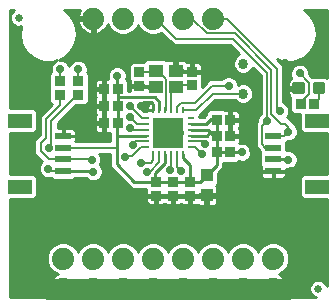
<source format=gtl>
G75*
%MOIN*%
%OFA0B0*%
%FSLAX25Y25*%
%IPPOS*%
%LPD*%
%AMOC8*
5,1,8,0,0,1.08239X$1,22.5*
%
%ADD10R,0.07874X0.04724*%
%ADD11R,0.05315X0.02362*%
%ADD12R,0.00984X0.02165*%
%ADD13R,0.02165X0.00984*%
%ADD14R,0.10236X0.10236*%
%ADD15C,0.07400*%
%ADD16C,0.02500*%
%ADD17R,0.03543X0.03346*%
%ADD18R,0.03346X0.03543*%
%ADD19R,0.03937X0.04331*%
%ADD20R,0.04724X0.04331*%
%ADD21C,0.01181*%
%ADD22C,0.03400*%
%ADD23C,0.01000*%
%ADD24C,0.02900*%
%ADD25C,0.07000*%
%ADD26C,0.00800*%
%ADD27C,0.00500*%
D10*
X0121865Y0101976D03*
X0121865Y0124024D03*
X0220802Y0124024D03*
X0220802Y0101976D03*
D11*
X0206333Y0107094D03*
X0206333Y0111031D03*
X0206333Y0114969D03*
X0206333Y0118906D03*
X0136333Y0118906D03*
X0136333Y0114969D03*
X0136333Y0111031D03*
X0136333Y0107094D03*
D12*
X0166412Y0112717D03*
X0168381Y0112717D03*
X0170349Y0112717D03*
X0172318Y0112717D03*
X0174286Y0112717D03*
X0176255Y0112717D03*
X0176255Y0127480D03*
X0174286Y0127480D03*
X0172318Y0127480D03*
X0170349Y0127480D03*
X0168381Y0127480D03*
X0166412Y0127480D03*
D13*
X0164050Y0124921D03*
X0164050Y0122953D03*
X0164050Y0120984D03*
X0164050Y0119016D03*
X0164050Y0117047D03*
X0164050Y0115079D03*
X0178814Y0115079D03*
X0178814Y0117047D03*
X0178814Y0119016D03*
X0178814Y0120984D03*
X0178814Y0122953D03*
X0178814Y0124921D03*
D14*
X0171333Y0120000D03*
D15*
X0166333Y0158000D03*
X0156333Y0158000D03*
X0146333Y0158000D03*
X0176333Y0158000D03*
X0186333Y0158000D03*
X0186333Y0078000D03*
X0176333Y0078000D03*
X0166333Y0078000D03*
X0156333Y0078000D03*
X0146333Y0078000D03*
X0136333Y0078000D03*
X0136333Y0068000D03*
X0146333Y0068000D03*
X0156333Y0068000D03*
X0166333Y0068000D03*
X0176333Y0068000D03*
X0186333Y0068000D03*
X0196333Y0068000D03*
X0206333Y0068000D03*
X0206333Y0078000D03*
X0196333Y0078000D03*
D16*
X0221333Y0068000D03*
X0121433Y0158300D03*
D17*
X0135133Y0137183D03*
X0135133Y0132617D03*
X0141333Y0132617D03*
X0141333Y0137183D03*
X0161733Y0135600D03*
X0161733Y0140167D03*
X0179233Y0140300D03*
X0179233Y0135733D03*
X0178433Y0103483D03*
X0178433Y0098917D03*
X0172933Y0098917D03*
X0167333Y0098917D03*
X0167333Y0103483D03*
X0172933Y0103483D03*
D18*
X0187450Y0113500D03*
X0192017Y0113500D03*
X0192017Y0118900D03*
X0187450Y0118900D03*
X0187450Y0124300D03*
X0192017Y0124300D03*
X0215450Y0129600D03*
X0220017Y0129600D03*
X0154517Y0129000D03*
X0149950Y0129000D03*
X0149950Y0134600D03*
X0154517Y0134600D03*
X0154517Y0123100D03*
X0149950Y0123100D03*
D19*
X0184233Y0105846D03*
X0184233Y0099154D03*
D20*
X0173796Y0135183D03*
X0167103Y0135183D03*
X0167103Y0140695D03*
X0173796Y0140695D03*
D21*
X0216159Y0136178D02*
X0216159Y0133422D01*
X0213403Y0133422D01*
X0213403Y0136178D01*
X0216159Y0136178D01*
X0216159Y0134544D02*
X0213403Y0134544D01*
X0213403Y0135666D02*
X0216159Y0135666D01*
X0223064Y0136178D02*
X0223064Y0133422D01*
X0220308Y0133422D01*
X0220308Y0136178D01*
X0223064Y0136178D01*
X0223064Y0134544D02*
X0220308Y0134544D01*
X0220308Y0135666D02*
X0223064Y0135666D01*
D22*
X0196333Y0133000D03*
X0196333Y0143000D03*
D23*
X0118433Y0097914D02*
X0118433Y0065100D01*
X0132013Y0065100D01*
X0131886Y0065275D01*
X0131514Y0066004D01*
X0131261Y0066782D01*
X0131148Y0067500D01*
X0135833Y0067500D01*
X0135833Y0068500D01*
X0131148Y0068500D01*
X0131261Y0069218D01*
X0131514Y0069996D01*
X0131886Y0070725D01*
X0132367Y0071388D01*
X0132946Y0071966D01*
X0133608Y0072447D01*
X0134337Y0072819D01*
X0134558Y0072891D01*
X0133274Y0073422D01*
X0131755Y0074941D01*
X0130933Y0076926D01*
X0130933Y0079074D01*
X0131755Y0081059D01*
X0133274Y0082578D01*
X0135259Y0083400D01*
X0137407Y0083400D01*
X0139392Y0082578D01*
X0140911Y0081059D01*
X0141333Y0080040D01*
X0141755Y0081059D01*
X0143274Y0082578D01*
X0145259Y0083400D01*
X0147407Y0083400D01*
X0149392Y0082578D01*
X0150911Y0081059D01*
X0151333Y0080040D01*
X0151755Y0081059D01*
X0153274Y0082578D01*
X0155259Y0083400D01*
X0157407Y0083400D01*
X0159392Y0082578D01*
X0160911Y0081059D01*
X0161333Y0080040D01*
X0161755Y0081059D01*
X0163274Y0082578D01*
X0165259Y0083400D01*
X0167407Y0083400D01*
X0169392Y0082578D01*
X0170911Y0081059D01*
X0171333Y0080040D01*
X0171755Y0081059D01*
X0173274Y0082578D01*
X0175259Y0083400D01*
X0177407Y0083400D01*
X0179392Y0082578D01*
X0180911Y0081059D01*
X0181333Y0080040D01*
X0181755Y0081059D01*
X0183274Y0082578D01*
X0185259Y0083400D01*
X0187407Y0083400D01*
X0189392Y0082578D01*
X0190911Y0081059D01*
X0191333Y0080040D01*
X0191755Y0081059D01*
X0193274Y0082578D01*
X0195259Y0083400D01*
X0197407Y0083400D01*
X0199392Y0082578D01*
X0200911Y0081059D01*
X0201333Y0080040D01*
X0201755Y0081059D01*
X0203274Y0082578D01*
X0205259Y0083400D01*
X0207407Y0083400D01*
X0209392Y0082578D01*
X0210911Y0081059D01*
X0211733Y0079074D01*
X0211733Y0076926D01*
X0210911Y0074941D01*
X0209392Y0073422D01*
X0208109Y0072891D01*
X0208329Y0072819D01*
X0209059Y0072447D01*
X0209721Y0071966D01*
X0210300Y0071388D01*
X0210781Y0070725D01*
X0211152Y0069996D01*
X0211405Y0069218D01*
X0211519Y0068500D01*
X0206833Y0068500D01*
X0206833Y0067500D01*
X0211519Y0067500D01*
X0211405Y0066782D01*
X0211152Y0066004D01*
X0210781Y0065275D01*
X0210654Y0065100D01*
X0220626Y0065100D01*
X0219662Y0065499D01*
X0218832Y0066329D01*
X0218383Y0067413D01*
X0218383Y0068587D01*
X0218832Y0069671D01*
X0219662Y0070501D01*
X0220747Y0070950D01*
X0221920Y0070950D01*
X0223004Y0070501D01*
X0223834Y0069671D01*
X0224233Y0068707D01*
X0224233Y0097914D01*
X0216161Y0097914D01*
X0215165Y0098910D01*
X0215165Y0105043D01*
X0216161Y0106039D01*
X0224233Y0106039D01*
X0224233Y0119961D01*
X0216161Y0119961D01*
X0215165Y0120957D01*
X0215165Y0126128D01*
X0213072Y0126128D01*
X0212077Y0127124D01*
X0212077Y0131792D01*
X0211730Y0132138D01*
X0211455Y0132615D01*
X0211312Y0133147D01*
X0211312Y0134316D01*
X0214296Y0134316D01*
X0214296Y0135284D01*
X0211312Y0135284D01*
X0211312Y0136453D01*
X0211455Y0136985D01*
X0211730Y0137462D01*
X0212119Y0137851D01*
X0212418Y0138024D01*
X0211983Y0139073D01*
X0211983Y0140327D01*
X0212463Y0141484D01*
X0213349Y0142370D01*
X0214507Y0142850D01*
X0215760Y0142850D01*
X0216918Y0142370D01*
X0217804Y0141484D01*
X0218283Y0140327D01*
X0218283Y0139520D01*
X0219347Y0138456D01*
X0219359Y0138468D01*
X0224013Y0138468D01*
X0224233Y0138248D01*
X0224233Y0160900D01*
X0216542Y0160900D01*
X0218645Y0159135D01*
X0220303Y0156265D01*
X0220303Y0156265D01*
X0220878Y0153000D01*
X0220878Y0153000D01*
X0220303Y0149735D01*
X0220303Y0149735D01*
X0218645Y0146865D01*
X0218645Y0146865D01*
X0218645Y0146865D01*
X0216106Y0144734D01*
X0216106Y0144734D01*
X0212991Y0143600D01*
X0209676Y0143600D01*
X0207518Y0144386D01*
X0208503Y0143400D01*
X0209733Y0142170D01*
X0209733Y0130112D01*
X0210318Y0129870D01*
X0211204Y0128984D01*
X0211683Y0127827D01*
X0211683Y0126573D01*
X0211204Y0125416D01*
X0210888Y0125100D01*
X0211203Y0125100D01*
X0212203Y0124100D01*
X0213433Y0122870D01*
X0213433Y0122655D01*
X0214004Y0122084D01*
X0214483Y0120927D01*
X0214483Y0119673D01*
X0214004Y0118516D01*
X0213118Y0117630D01*
X0211960Y0117150D01*
X0211153Y0117150D01*
X0210809Y0116806D01*
X0210691Y0116806D01*
X0210691Y0114143D01*
X0210707Y0114150D01*
X0211960Y0114150D01*
X0213118Y0113670D01*
X0214004Y0112784D01*
X0214483Y0111627D01*
X0214483Y0110373D01*
X0214004Y0109216D01*
X0213118Y0108330D01*
X0211960Y0107850D01*
X0210707Y0107850D01*
X0210491Y0107939D01*
X0210491Y0107185D01*
X0206424Y0107185D01*
X0206424Y0107004D01*
X0210491Y0107004D01*
X0210491Y0105716D01*
X0210389Y0105334D01*
X0210191Y0104992D01*
X0209912Y0104713D01*
X0209570Y0104516D01*
X0209188Y0104413D01*
X0206424Y0104413D01*
X0206424Y0107004D01*
X0206243Y0107004D01*
X0206243Y0104413D01*
X0203478Y0104413D01*
X0203097Y0104516D01*
X0202755Y0104713D01*
X0202476Y0104992D01*
X0202278Y0105334D01*
X0202176Y0105716D01*
X0202176Y0107004D01*
X0206243Y0107004D01*
X0206243Y0107185D01*
X0202176Y0107185D01*
X0202176Y0108473D01*
X0202276Y0108846D01*
X0201976Y0109146D01*
X0201976Y0112917D01*
X0202059Y0113000D01*
X0201976Y0113083D01*
X0201976Y0113756D01*
X0201663Y0114069D01*
X0200433Y0115299D01*
X0200433Y0123170D01*
X0201083Y0123820D01*
X0201083Y0124627D01*
X0201563Y0125784D01*
X0202133Y0126355D01*
X0202133Y0139030D01*
X0199472Y0141692D01*
X0199216Y0141074D01*
X0198259Y0140118D01*
X0197010Y0139600D01*
X0195657Y0139600D01*
X0194407Y0140118D01*
X0193451Y0141074D01*
X0192933Y0142324D01*
X0192933Y0143676D01*
X0193451Y0144926D01*
X0194407Y0145882D01*
X0195025Y0146138D01*
X0191963Y0149200D01*
X0173163Y0149200D01*
X0171933Y0150430D01*
X0171933Y0150430D01*
X0169073Y0153290D01*
X0167407Y0152600D01*
X0165259Y0152600D01*
X0163274Y0153422D01*
X0161755Y0154941D01*
X0161333Y0155960D01*
X0160911Y0154941D01*
X0159392Y0153422D01*
X0157407Y0152600D01*
X0155259Y0152600D01*
X0153274Y0153422D01*
X0151755Y0154941D01*
X0151224Y0156224D01*
X0151152Y0156004D01*
X0150781Y0155275D01*
X0150300Y0154612D01*
X0149721Y0154034D01*
X0149059Y0153553D01*
X0148329Y0153181D01*
X0147551Y0152928D01*
X0146833Y0152814D01*
X0146833Y0157500D01*
X0145833Y0157500D01*
X0141148Y0157500D01*
X0141261Y0156782D01*
X0141514Y0156004D01*
X0141886Y0155275D01*
X0142367Y0154612D01*
X0142946Y0154034D01*
X0143608Y0153553D01*
X0144337Y0153181D01*
X0145116Y0152928D01*
X0145833Y0152814D01*
X0145833Y0157500D01*
X0145833Y0158500D01*
X0141148Y0158500D01*
X0141261Y0159218D01*
X0141514Y0159996D01*
X0141886Y0160725D01*
X0142013Y0160900D01*
X0136542Y0160900D01*
X0138645Y0159135D01*
X0138645Y0159135D01*
X0140303Y0156265D01*
X0140303Y0156265D01*
X0140878Y0153000D01*
X0140878Y0153000D01*
X0140303Y0149735D01*
X0140303Y0149735D01*
X0138645Y0146865D01*
X0138645Y0146865D01*
X0138645Y0146865D01*
X0136106Y0144734D01*
X0136106Y0144734D01*
X0134777Y0144250D01*
X0135960Y0144250D01*
X0137118Y0143770D01*
X0138004Y0142884D01*
X0138333Y0142089D01*
X0138663Y0142884D01*
X0139549Y0143770D01*
X0140707Y0144250D01*
X0141960Y0144250D01*
X0143118Y0143770D01*
X0144004Y0142884D01*
X0144483Y0141727D01*
X0144483Y0140473D01*
X0144310Y0140056D01*
X0144805Y0139561D01*
X0144805Y0130239D01*
X0143809Y0129243D01*
X0140530Y0129243D01*
X0134425Y0123138D01*
X0134425Y0121587D01*
X0136243Y0121587D01*
X0136243Y0118996D01*
X0136424Y0118996D01*
X0140491Y0118996D01*
X0140491Y0120284D01*
X0140389Y0120666D01*
X0140191Y0121008D01*
X0139912Y0121287D01*
X0139570Y0121484D01*
X0139188Y0121587D01*
X0136424Y0121587D01*
X0136424Y0118996D01*
X0136424Y0118815D01*
X0140491Y0118815D01*
X0140491Y0117527D01*
X0140391Y0117154D01*
X0140476Y0117068D01*
X0151933Y0117068D01*
X0151933Y0119834D01*
X0151914Y0119853D01*
X0151821Y0119828D01*
X0150286Y0119828D01*
X0150286Y0122763D01*
X0149613Y0122763D01*
X0149613Y0119828D01*
X0148079Y0119828D01*
X0147698Y0119931D01*
X0147356Y0120128D01*
X0147076Y0120407D01*
X0146879Y0120749D01*
X0146777Y0121131D01*
X0146777Y0122763D01*
X0149613Y0122763D01*
X0149613Y0123437D01*
X0149613Y0128663D01*
X0150286Y0128663D01*
X0150286Y0126372D01*
X0150286Y0123437D01*
X0149613Y0123437D01*
X0146777Y0123437D01*
X0146777Y0125069D01*
X0146879Y0125451D01*
X0147076Y0125793D01*
X0147334Y0126050D01*
X0147076Y0126307D01*
X0146879Y0126649D01*
X0146777Y0127031D01*
X0146777Y0128663D01*
X0149613Y0128663D01*
X0149613Y0129337D01*
X0149613Y0134263D01*
X0150286Y0134263D01*
X0150286Y0131328D01*
X0150286Y0129337D01*
X0149613Y0129337D01*
X0146777Y0129337D01*
X0146777Y0130969D01*
X0146879Y0131351D01*
X0147076Y0131693D01*
X0147184Y0131800D01*
X0147076Y0131907D01*
X0146879Y0132249D01*
X0146777Y0132631D01*
X0146777Y0134263D01*
X0149613Y0134263D01*
X0149613Y0134937D01*
X0149613Y0137872D01*
X0148079Y0137872D01*
X0147698Y0137769D01*
X0147356Y0137572D01*
X0147076Y0137293D01*
X0146879Y0136951D01*
X0146777Y0136569D01*
X0146777Y0134937D01*
X0149613Y0134937D01*
X0150286Y0134937D01*
X0150286Y0137872D01*
X0151391Y0137872D01*
X0151183Y0138373D01*
X0151183Y0139627D01*
X0151663Y0140784D01*
X0152549Y0141670D01*
X0153707Y0142150D01*
X0154960Y0142150D01*
X0156118Y0141670D01*
X0157004Y0140784D01*
X0157483Y0139627D01*
X0157483Y0138373D01*
X0157222Y0137743D01*
X0157890Y0137076D01*
X0157890Y0134000D01*
X0158462Y0134000D01*
X0158462Y0135263D01*
X0161397Y0135263D01*
X0161397Y0135937D01*
X0158462Y0135937D01*
X0158462Y0137471D01*
X0158487Y0137564D01*
X0158262Y0137790D01*
X0158262Y0142544D01*
X0159258Y0143540D01*
X0163040Y0143540D01*
X0163040Y0143565D01*
X0164036Y0144561D01*
X0170169Y0144561D01*
X0170611Y0144118D01*
X0170854Y0144258D01*
X0171236Y0144361D01*
X0173296Y0144361D01*
X0173296Y0141195D01*
X0174295Y0141195D01*
X0174295Y0144361D01*
X0176355Y0144361D01*
X0176737Y0144258D01*
X0177079Y0144061D01*
X0177358Y0143782D01*
X0177536Y0143473D01*
X0178897Y0143473D01*
X0178897Y0140637D01*
X0179570Y0140637D01*
X0179570Y0143473D01*
X0181202Y0143473D01*
X0181584Y0143371D01*
X0181926Y0143174D01*
X0182205Y0142894D01*
X0182403Y0142552D01*
X0182505Y0142171D01*
X0182505Y0140637D01*
X0179570Y0140637D01*
X0179570Y0139963D01*
X0182505Y0139963D01*
X0182505Y0138429D01*
X0182480Y0138336D01*
X0182705Y0138110D01*
X0182705Y0135341D01*
X0183833Y0136470D01*
X0185063Y0137700D01*
X0189079Y0137700D01*
X0189649Y0138270D01*
X0190807Y0138750D01*
X0192060Y0138750D01*
X0193218Y0138270D01*
X0194104Y0137384D01*
X0194583Y0136227D01*
X0194583Y0135955D01*
X0195657Y0136400D01*
X0197010Y0136400D01*
X0198259Y0135882D01*
X0199216Y0134926D01*
X0199733Y0133676D01*
X0199733Y0132324D01*
X0199216Y0131074D01*
X0198259Y0130118D01*
X0197010Y0129600D01*
X0195657Y0129600D01*
X0194407Y0130118D01*
X0193625Y0130900D01*
X0187003Y0130900D01*
X0181596Y0125493D01*
X0181596Y0125153D01*
X0183175Y0125153D01*
X0183533Y0125511D01*
X0184077Y0126055D01*
X0184077Y0126776D01*
X0185072Y0127772D01*
X0189827Y0127772D01*
X0190052Y0127547D01*
X0190146Y0127572D01*
X0191680Y0127572D01*
X0191680Y0124637D01*
X0192353Y0124637D01*
X0192353Y0127572D01*
X0193887Y0127572D01*
X0194269Y0127469D01*
X0194611Y0127272D01*
X0194890Y0126993D01*
X0195088Y0126651D01*
X0195190Y0126269D01*
X0195190Y0124637D01*
X0192353Y0124637D01*
X0192353Y0123963D01*
X0192353Y0119237D01*
X0191680Y0119237D01*
X0191680Y0121028D01*
X0191680Y0123963D01*
X0192353Y0123963D01*
X0195190Y0123963D01*
X0195190Y0122331D01*
X0195088Y0121949D01*
X0194890Y0121607D01*
X0194883Y0121600D01*
X0194890Y0121593D01*
X0195088Y0121251D01*
X0195190Y0120869D01*
X0195190Y0119237D01*
X0192353Y0119237D01*
X0192353Y0118563D01*
X0195190Y0118563D01*
X0195190Y0116931D01*
X0195088Y0116549D01*
X0195019Y0116431D01*
X0195307Y0116550D01*
X0196560Y0116550D01*
X0197718Y0116070D01*
X0198604Y0115184D01*
X0199083Y0114027D01*
X0199083Y0112773D01*
X0198604Y0111616D01*
X0197718Y0110730D01*
X0196560Y0110250D01*
X0195307Y0110250D01*
X0194818Y0110452D01*
X0194394Y0110028D01*
X0189650Y0110028D01*
X0189650Y0108152D01*
X0188361Y0106863D01*
X0187902Y0106404D01*
X0187902Y0102977D01*
X0187283Y0102359D01*
X0187402Y0102240D01*
X0187600Y0101898D01*
X0187702Y0101516D01*
X0187702Y0099638D01*
X0184718Y0099638D01*
X0184718Y0098669D01*
X0187702Y0098669D01*
X0187702Y0096791D01*
X0187600Y0096409D01*
X0187402Y0096067D01*
X0187123Y0095788D01*
X0186781Y0095590D01*
X0186399Y0095488D01*
X0184718Y0095488D01*
X0184718Y0098669D01*
X0183749Y0098669D01*
X0183749Y0095488D01*
X0182067Y0095488D01*
X0181686Y0095590D01*
X0181344Y0095788D01*
X0181102Y0096029D01*
X0180784Y0095846D01*
X0180402Y0095743D01*
X0178770Y0095743D01*
X0178770Y0098580D01*
X0178770Y0099253D01*
X0181705Y0099253D01*
X0181705Y0099638D01*
X0183749Y0099638D01*
X0183749Y0098669D01*
X0180765Y0098669D01*
X0180765Y0098580D01*
X0178770Y0098580D01*
X0178097Y0098580D01*
X0178097Y0095743D01*
X0176464Y0095743D01*
X0176083Y0095846D01*
X0175741Y0096043D01*
X0175683Y0096100D01*
X0175626Y0096043D01*
X0175284Y0095846D01*
X0174902Y0095743D01*
X0173270Y0095743D01*
X0173270Y0098580D01*
X0173270Y0099253D01*
X0178097Y0099253D01*
X0178097Y0098580D01*
X0176205Y0098580D01*
X0173270Y0098580D01*
X0172597Y0098580D01*
X0172597Y0095743D01*
X0170964Y0095743D01*
X0170583Y0095846D01*
X0170241Y0096043D01*
X0170133Y0096150D01*
X0170026Y0096043D01*
X0169684Y0095846D01*
X0169302Y0095743D01*
X0167670Y0095743D01*
X0167670Y0098580D01*
X0167670Y0099253D01*
X0172597Y0099253D01*
X0172597Y0098580D01*
X0169662Y0098580D01*
X0167670Y0098580D01*
X0166997Y0098580D01*
X0166997Y0095743D01*
X0165364Y0095743D01*
X0164983Y0095846D01*
X0164641Y0096043D01*
X0164361Y0096322D01*
X0164164Y0096664D01*
X0164062Y0097046D01*
X0164062Y0098580D01*
X0166997Y0098580D01*
X0166997Y0099253D01*
X0164062Y0099253D01*
X0164062Y0100787D01*
X0164087Y0100881D01*
X0163862Y0101106D01*
X0163862Y0101283D01*
X0159139Y0101283D01*
X0157850Y0102572D01*
X0157850Y0102572D01*
X0153222Y0107200D01*
X0151933Y0108489D01*
X0151933Y0112869D01*
X0148420Y0112869D01*
X0148504Y0112784D01*
X0148983Y0111627D01*
X0148983Y0110373D01*
X0148524Y0109264D01*
X0149004Y0108784D01*
X0149483Y0107627D01*
X0149483Y0106373D01*
X0149004Y0105216D01*
X0148118Y0104330D01*
X0146960Y0103850D01*
X0145707Y0103850D01*
X0144549Y0104330D01*
X0143984Y0104894D01*
X0140376Y0104894D01*
X0139695Y0104213D01*
X0132972Y0104213D01*
X0132225Y0104960D01*
X0131960Y0104850D01*
X0130707Y0104850D01*
X0129549Y0105330D01*
X0128663Y0106216D01*
X0128183Y0107373D01*
X0128183Y0108627D01*
X0128663Y0109784D01*
X0129287Y0110408D01*
X0126749Y0112946D01*
X0126749Y0117386D01*
X0128575Y0119212D01*
X0128575Y0125528D01*
X0129805Y0126758D01*
X0129805Y0126758D01*
X0132474Y0129427D01*
X0131662Y0130239D01*
X0131662Y0139561D01*
X0132298Y0140197D01*
X0132183Y0140473D01*
X0132183Y0141727D01*
X0132663Y0142884D01*
X0133549Y0143770D01*
X0134201Y0144040D01*
X0132991Y0143600D01*
X0129676Y0143600D01*
X0126561Y0144734D01*
X0126561Y0144734D01*
X0124021Y0146865D01*
X0122364Y0149735D01*
X0121788Y0153000D01*
X0121788Y0153000D01*
X0122217Y0155432D01*
X0122020Y0155350D01*
X0120847Y0155350D01*
X0119762Y0155799D01*
X0118932Y0156629D01*
X0118483Y0157713D01*
X0118483Y0158887D01*
X0118932Y0159971D01*
X0119762Y0160801D01*
X0120002Y0160900D01*
X0118433Y0160900D01*
X0118433Y0128086D01*
X0126506Y0128086D01*
X0127502Y0127090D01*
X0127502Y0120957D01*
X0126506Y0119961D01*
X0118433Y0119961D01*
X0118433Y0106039D01*
X0126506Y0106039D01*
X0127502Y0105043D01*
X0127502Y0098910D01*
X0126506Y0097914D01*
X0118433Y0097914D01*
X0118433Y0096949D02*
X0164088Y0096949D01*
X0164062Y0097948D02*
X0126540Y0097948D01*
X0127502Y0098946D02*
X0166997Y0098946D01*
X0167670Y0098946D02*
X0172597Y0098946D01*
X0173270Y0098946D02*
X0178097Y0098946D01*
X0178770Y0098946D02*
X0183749Y0098946D01*
X0184718Y0098946D02*
X0215165Y0098946D01*
X0215165Y0099945D02*
X0187702Y0099945D01*
X0187702Y0100943D02*
X0215165Y0100943D01*
X0215165Y0101942D02*
X0187574Y0101942D01*
X0187865Y0102940D02*
X0215165Y0102940D01*
X0215165Y0103939D02*
X0187902Y0103939D01*
X0187902Y0104937D02*
X0202530Y0104937D01*
X0202176Y0105936D02*
X0187902Y0105936D01*
X0188433Y0106934D02*
X0202176Y0106934D01*
X0202176Y0107933D02*
X0189431Y0107933D01*
X0189650Y0108932D02*
X0202191Y0108932D01*
X0201976Y0109930D02*
X0189650Y0109930D01*
X0187450Y0109063D02*
X0187450Y0113000D01*
X0187950Y0113500D01*
X0192017Y0113500D01*
X0195833Y0113500D01*
X0195933Y0113400D01*
X0198733Y0111927D02*
X0201976Y0111927D01*
X0201976Y0110929D02*
X0197917Y0110929D01*
X0199083Y0112926D02*
X0201985Y0112926D01*
X0201808Y0113924D02*
X0199083Y0113924D01*
X0198712Y0114923D02*
X0200809Y0114923D01*
X0200433Y0115921D02*
X0197867Y0115921D01*
X0200433Y0116920D02*
X0195187Y0116920D01*
X0195190Y0117918D02*
X0200433Y0117918D01*
X0200433Y0118917D02*
X0192353Y0118917D01*
X0192353Y0119915D02*
X0191680Y0119915D01*
X0191680Y0120914D02*
X0192353Y0120914D01*
X0192353Y0121912D02*
X0191680Y0121912D01*
X0191680Y0122911D02*
X0192353Y0122911D01*
X0192353Y0123909D02*
X0191680Y0123909D01*
X0191680Y0124908D02*
X0192353Y0124908D01*
X0192353Y0125906D02*
X0191680Y0125906D01*
X0191680Y0126905D02*
X0192353Y0126905D01*
X0194941Y0126905D02*
X0202133Y0126905D01*
X0202133Y0127903D02*
X0184006Y0127903D01*
X0184206Y0126905D02*
X0183008Y0126905D01*
X0183928Y0125906D02*
X0182009Y0125906D01*
X0184086Y0122953D02*
X0185733Y0124600D01*
X0187150Y0124600D01*
X0187450Y0124300D01*
X0187450Y0118900D01*
X0186533Y0118900D01*
X0185333Y0120100D01*
X0184249Y0119016D01*
X0178814Y0119016D01*
X0178814Y0120984D02*
X0184449Y0120984D01*
X0185333Y0120100D01*
X0187450Y0118900D02*
X0187450Y0113500D01*
X0187450Y0113000D01*
X0187450Y0109063D02*
X0184233Y0105846D01*
X0181870Y0103483D01*
X0178433Y0103483D01*
X0172933Y0103483D01*
X0167333Y0103483D01*
X0160050Y0103483D01*
X0154133Y0109400D01*
X0154133Y0115100D01*
X0154002Y0114969D01*
X0154133Y0115100D02*
X0154133Y0119000D01*
X0154149Y0119016D01*
X0157270Y0119016D01*
X0157336Y0118950D01*
X0159531Y0118950D01*
X0159597Y0119016D01*
X0164050Y0119016D01*
X0166833Y0119500D02*
X0170833Y0119500D01*
X0170833Y0120500D01*
X0166833Y0120500D01*
X0166833Y0119500D01*
X0166833Y0119915D02*
X0170833Y0119915D01*
X0171833Y0119915D02*
X0176031Y0119915D01*
X0176031Y0119788D02*
X0176031Y0120500D01*
X0171833Y0120500D01*
X0171833Y0119500D01*
X0176031Y0119500D01*
X0176031Y0119788D01*
X0178814Y0122953D02*
X0184086Y0122953D01*
X0185005Y0128902D02*
X0202133Y0128902D01*
X0202133Y0129900D02*
X0197735Y0129900D01*
X0199040Y0130899D02*
X0202133Y0130899D01*
X0202133Y0131897D02*
X0199557Y0131897D01*
X0199733Y0132896D02*
X0202133Y0132896D01*
X0202133Y0133894D02*
X0199643Y0133894D01*
X0199229Y0134893D02*
X0202133Y0134893D01*
X0202133Y0135891D02*
X0198238Y0135891D01*
X0202133Y0136890D02*
X0194309Y0136890D01*
X0193600Y0137888D02*
X0202133Y0137888D01*
X0202133Y0138887D02*
X0182505Y0138887D01*
X0182505Y0139885D02*
X0194968Y0139885D01*
X0193641Y0140884D02*
X0182505Y0140884D01*
X0182505Y0141882D02*
X0193116Y0141882D01*
X0192933Y0142881D02*
X0182213Y0142881D01*
X0179570Y0142881D02*
X0178897Y0142881D01*
X0178897Y0141882D02*
X0179570Y0141882D01*
X0179570Y0140884D02*
X0178897Y0140884D01*
X0178897Y0140637D02*
X0178897Y0139963D01*
X0177658Y0139963D01*
X0177658Y0140195D01*
X0174296Y0140195D01*
X0174296Y0141195D01*
X0175962Y0141195D01*
X0175962Y0140637D01*
X0178897Y0140637D01*
X0175962Y0140884D02*
X0174296Y0140884D01*
X0174295Y0141882D02*
X0173296Y0141882D01*
X0173296Y0142881D02*
X0174295Y0142881D01*
X0174295Y0143879D02*
X0173296Y0143879D01*
X0177260Y0143879D02*
X0193017Y0143879D01*
X0193431Y0144878D02*
X0136278Y0144878D01*
X0136855Y0143879D02*
X0139812Y0143879D01*
X0138661Y0142881D02*
X0138005Y0142881D01*
X0137468Y0145876D02*
X0194401Y0145876D01*
X0194289Y0146875D02*
X0138651Y0146875D01*
X0139228Y0147873D02*
X0193290Y0147873D01*
X0192291Y0148872D02*
X0139804Y0148872D01*
X0140327Y0149870D02*
X0172493Y0149870D01*
X0171494Y0150869D02*
X0140503Y0150869D01*
X0140679Y0151868D02*
X0170496Y0151868D01*
X0169497Y0152866D02*
X0168050Y0152866D01*
X0164617Y0152866D02*
X0158050Y0152866D01*
X0159835Y0153865D02*
X0162832Y0153865D01*
X0161834Y0154863D02*
X0160833Y0154863D01*
X0161292Y0155862D02*
X0161374Y0155862D01*
X0154617Y0152866D02*
X0147159Y0152866D01*
X0146833Y0152866D02*
X0145833Y0152866D01*
X0145507Y0152866D02*
X0140855Y0152866D01*
X0140726Y0153865D02*
X0143179Y0153865D01*
X0142185Y0154863D02*
X0140550Y0154863D01*
X0140374Y0155862D02*
X0141587Y0155862D01*
X0141249Y0156860D02*
X0139959Y0156860D01*
X0139382Y0157859D02*
X0145833Y0157859D01*
X0145833Y0156860D02*
X0146833Y0156860D01*
X0146833Y0155862D02*
X0145833Y0155862D01*
X0145833Y0154863D02*
X0146833Y0154863D01*
X0146833Y0153865D02*
X0145833Y0153865D01*
X0149488Y0153865D02*
X0152832Y0153865D01*
X0151834Y0154863D02*
X0150482Y0154863D01*
X0151080Y0155862D02*
X0151374Y0155862D01*
X0141204Y0158857D02*
X0138806Y0158857D01*
X0137787Y0159856D02*
X0141469Y0159856D01*
X0141979Y0160854D02*
X0136597Y0160854D01*
X0122117Y0154863D02*
X0118433Y0154863D01*
X0118433Y0153865D02*
X0121941Y0153865D01*
X0121812Y0152866D02*
X0118433Y0152866D01*
X0118433Y0151868D02*
X0121988Y0151868D01*
X0122164Y0150869D02*
X0118433Y0150869D01*
X0118433Y0149870D02*
X0122340Y0149870D01*
X0122862Y0148872D02*
X0118433Y0148872D01*
X0118433Y0147873D02*
X0123439Y0147873D01*
X0124015Y0146875D02*
X0118433Y0146875D01*
X0118433Y0145876D02*
X0125199Y0145876D01*
X0126389Y0144878D02*
X0118433Y0144878D01*
X0118433Y0143879D02*
X0128908Y0143879D01*
X0132661Y0142881D02*
X0118433Y0142881D01*
X0118433Y0141882D02*
X0132248Y0141882D01*
X0132183Y0140884D02*
X0118433Y0140884D01*
X0118433Y0139885D02*
X0131986Y0139885D01*
X0131662Y0138887D02*
X0118433Y0138887D01*
X0118433Y0137888D02*
X0131662Y0137888D01*
X0131662Y0136890D02*
X0118433Y0136890D01*
X0118433Y0135891D02*
X0131662Y0135891D01*
X0131662Y0134893D02*
X0118433Y0134893D01*
X0118433Y0133894D02*
X0131662Y0133894D01*
X0131662Y0132896D02*
X0118433Y0132896D01*
X0118433Y0131897D02*
X0131662Y0131897D01*
X0131662Y0130899D02*
X0118433Y0130899D01*
X0118433Y0129900D02*
X0132001Y0129900D01*
X0131949Y0128902D02*
X0118433Y0128902D01*
X0126689Y0127903D02*
X0130950Y0127903D01*
X0129952Y0126905D02*
X0127502Y0126905D01*
X0127502Y0125906D02*
X0128953Y0125906D01*
X0128575Y0124908D02*
X0127502Y0124908D01*
X0127502Y0123909D02*
X0128575Y0123909D01*
X0128575Y0122911D02*
X0127502Y0122911D01*
X0127502Y0121912D02*
X0128575Y0121912D01*
X0128575Y0120914D02*
X0127458Y0120914D01*
X0128575Y0119915D02*
X0118433Y0119915D01*
X0118433Y0118917D02*
X0128280Y0118917D01*
X0127282Y0117918D02*
X0118433Y0117918D01*
X0118433Y0116920D02*
X0126749Y0116920D01*
X0126749Y0115921D02*
X0118433Y0115921D01*
X0118433Y0114923D02*
X0126749Y0114923D01*
X0126749Y0113924D02*
X0118433Y0113924D01*
X0118433Y0112926D02*
X0126769Y0112926D01*
X0127768Y0111927D02*
X0118433Y0111927D01*
X0118433Y0110929D02*
X0128766Y0110929D01*
X0128809Y0109930D02*
X0118433Y0109930D01*
X0118433Y0108932D02*
X0128310Y0108932D01*
X0128183Y0107933D02*
X0118433Y0107933D01*
X0118433Y0106934D02*
X0128365Y0106934D01*
X0128943Y0105936D02*
X0126609Y0105936D01*
X0127502Y0104937D02*
X0130496Y0104937D01*
X0132171Y0104937D02*
X0132248Y0104937D01*
X0136333Y0107094D02*
X0146239Y0107094D01*
X0146333Y0107000D01*
X0149483Y0106934D02*
X0153488Y0106934D01*
X0154486Y0105936D02*
X0149302Y0105936D01*
X0148726Y0104937D02*
X0155485Y0104937D01*
X0156483Y0103939D02*
X0147175Y0103939D01*
X0145492Y0103939D02*
X0127502Y0103939D01*
X0127502Y0102940D02*
X0157482Y0102940D01*
X0158480Y0101942D02*
X0127502Y0101942D01*
X0127502Y0100943D02*
X0164024Y0100943D01*
X0164062Y0099945D02*
X0127502Y0099945D01*
X0118433Y0095951D02*
X0164800Y0095951D01*
X0166997Y0095951D02*
X0167670Y0095951D01*
X0167670Y0096949D02*
X0166997Y0096949D01*
X0166997Y0097948D02*
X0167670Y0097948D01*
X0169866Y0095951D02*
X0170400Y0095951D01*
X0172597Y0095951D02*
X0173270Y0095951D01*
X0173270Y0096949D02*
X0172597Y0096949D01*
X0172597Y0097948D02*
X0173270Y0097948D01*
X0175466Y0095951D02*
X0175900Y0095951D01*
X0178097Y0095951D02*
X0178770Y0095951D01*
X0178770Y0096949D02*
X0178097Y0096949D01*
X0178097Y0097948D02*
X0178770Y0097948D01*
X0180966Y0095951D02*
X0181181Y0095951D01*
X0183749Y0095951D02*
X0184718Y0095951D01*
X0184718Y0096949D02*
X0183749Y0096949D01*
X0183749Y0097948D02*
X0184718Y0097948D01*
X0187702Y0097948D02*
X0216127Y0097948D01*
X0224233Y0096949D02*
X0187702Y0096949D01*
X0187286Y0095951D02*
X0224233Y0095951D01*
X0224233Y0094952D02*
X0118433Y0094952D01*
X0118433Y0093954D02*
X0224233Y0093954D01*
X0224233Y0092955D02*
X0118433Y0092955D01*
X0118433Y0091957D02*
X0224233Y0091957D01*
X0224233Y0090958D02*
X0118433Y0090958D01*
X0118433Y0089960D02*
X0224233Y0089960D01*
X0224233Y0088961D02*
X0118433Y0088961D01*
X0118433Y0087963D02*
X0224233Y0087963D01*
X0224233Y0086964D02*
X0118433Y0086964D01*
X0118433Y0085966D02*
X0224233Y0085966D01*
X0224233Y0084967D02*
X0118433Y0084967D01*
X0118433Y0083969D02*
X0224233Y0083969D01*
X0224233Y0082970D02*
X0208445Y0082970D01*
X0209998Y0081972D02*
X0224233Y0081972D01*
X0224233Y0080973D02*
X0210947Y0080973D01*
X0211360Y0079975D02*
X0224233Y0079975D01*
X0224233Y0078976D02*
X0211733Y0078976D01*
X0211733Y0077978D02*
X0224233Y0077978D01*
X0224233Y0076979D02*
X0211733Y0076979D01*
X0211342Y0075981D02*
X0224233Y0075981D01*
X0224233Y0074982D02*
X0210928Y0074982D01*
X0209954Y0073984D02*
X0224233Y0073984D01*
X0224233Y0072985D02*
X0208337Y0072985D01*
X0209693Y0071987D02*
X0224233Y0071987D01*
X0224233Y0070988D02*
X0210590Y0070988D01*
X0211154Y0069990D02*
X0219151Y0069990D01*
X0218551Y0068991D02*
X0211441Y0068991D01*
X0211439Y0066994D02*
X0218557Y0066994D01*
X0218383Y0067993D02*
X0206833Y0067993D01*
X0205833Y0067993D02*
X0196833Y0067993D01*
X0196833Y0067500D02*
X0196833Y0068500D01*
X0205833Y0068500D01*
X0205833Y0067500D01*
X0201519Y0067500D01*
X0196833Y0067500D01*
X0195833Y0067500D02*
X0191519Y0067500D01*
X0186833Y0067500D01*
X0186833Y0068500D01*
X0195833Y0068500D01*
X0195833Y0067500D01*
X0195833Y0067993D02*
X0186833Y0067993D01*
X0185833Y0067993D02*
X0176833Y0067993D01*
X0176833Y0067500D02*
X0176833Y0068500D01*
X0185833Y0068500D01*
X0185833Y0067500D01*
X0181148Y0067500D01*
X0176833Y0067500D01*
X0175833Y0067500D02*
X0171148Y0067500D01*
X0166833Y0067500D01*
X0166833Y0068500D01*
X0175833Y0068500D01*
X0175833Y0067500D01*
X0175833Y0067993D02*
X0166833Y0067993D01*
X0165833Y0067993D02*
X0156833Y0067993D01*
X0156833Y0067500D02*
X0156833Y0068500D01*
X0165833Y0068500D01*
X0165833Y0067500D01*
X0161148Y0067500D01*
X0156833Y0067500D01*
X0155833Y0067500D02*
X0151148Y0067500D01*
X0146833Y0067500D01*
X0146833Y0068500D01*
X0155833Y0068500D01*
X0155833Y0067500D01*
X0155833Y0067993D02*
X0146833Y0067993D01*
X0145833Y0067993D02*
X0136833Y0067993D01*
X0136833Y0067500D02*
X0136833Y0068500D01*
X0145833Y0068500D01*
X0145833Y0067500D01*
X0141148Y0067500D01*
X0136833Y0067500D01*
X0135833Y0067993D02*
X0118433Y0067993D01*
X0118433Y0068991D02*
X0131225Y0068991D01*
X0131512Y0069990D02*
X0118433Y0069990D01*
X0118433Y0070988D02*
X0132077Y0070988D01*
X0132974Y0071987D02*
X0118433Y0071987D01*
X0118433Y0072985D02*
X0134329Y0072985D01*
X0132713Y0073984D02*
X0118433Y0073984D01*
X0118433Y0074982D02*
X0131738Y0074982D01*
X0131325Y0075981D02*
X0118433Y0075981D01*
X0118433Y0076979D02*
X0130933Y0076979D01*
X0130933Y0077978D02*
X0118433Y0077978D01*
X0118433Y0078976D02*
X0130933Y0078976D01*
X0131306Y0079975D02*
X0118433Y0079975D01*
X0118433Y0080973D02*
X0131720Y0080973D01*
X0132668Y0081972D02*
X0118433Y0081972D01*
X0118433Y0082970D02*
X0134222Y0082970D01*
X0138445Y0082970D02*
X0144222Y0082970D01*
X0142668Y0081972D02*
X0139998Y0081972D01*
X0140947Y0080973D02*
X0141720Y0080973D01*
X0148445Y0082970D02*
X0154222Y0082970D01*
X0152668Y0081972D02*
X0149998Y0081972D01*
X0150947Y0080973D02*
X0151720Y0080973D01*
X0158445Y0082970D02*
X0164222Y0082970D01*
X0162668Y0081972D02*
X0159998Y0081972D01*
X0160947Y0080973D02*
X0161720Y0080973D01*
X0168445Y0082970D02*
X0174222Y0082970D01*
X0172668Y0081972D02*
X0169998Y0081972D01*
X0170947Y0080973D02*
X0171720Y0080973D01*
X0178445Y0082970D02*
X0184222Y0082970D01*
X0182668Y0081972D02*
X0179998Y0081972D01*
X0180947Y0080973D02*
X0181720Y0080973D01*
X0188445Y0082970D02*
X0194222Y0082970D01*
X0192668Y0081972D02*
X0189998Y0081972D01*
X0190947Y0080973D02*
X0191720Y0080973D01*
X0198445Y0082970D02*
X0204222Y0082970D01*
X0202668Y0081972D02*
X0199998Y0081972D01*
X0200947Y0080973D02*
X0201720Y0080973D01*
X0223516Y0069990D02*
X0224233Y0069990D01*
X0224233Y0068991D02*
X0224116Y0068991D01*
X0219166Y0065996D02*
X0211148Y0065996D01*
X0178433Y0103483D02*
X0178433Y0109200D01*
X0176255Y0111379D01*
X0176255Y0112717D01*
X0170349Y0112717D02*
X0170349Y0109700D01*
X0167033Y0106384D01*
X0167033Y0103783D01*
X0167333Y0103483D01*
X0152489Y0107933D02*
X0149356Y0107933D01*
X0148857Y0108932D02*
X0151933Y0108932D01*
X0151933Y0109930D02*
X0148800Y0109930D01*
X0148983Y0110929D02*
X0151933Y0110929D01*
X0151933Y0111927D02*
X0148859Y0111927D01*
X0151933Y0117918D02*
X0140491Y0117918D01*
X0140491Y0119915D02*
X0147755Y0119915D01*
X0146835Y0120914D02*
X0140245Y0120914D01*
X0136424Y0120914D02*
X0136243Y0120914D01*
X0136243Y0119915D02*
X0136424Y0119915D01*
X0136424Y0118917D02*
X0151933Y0118917D01*
X0150286Y0119915D02*
X0149613Y0119915D01*
X0149613Y0120914D02*
X0150286Y0120914D01*
X0150286Y0121912D02*
X0149613Y0121912D01*
X0149613Y0122911D02*
X0134425Y0122911D01*
X0134425Y0121912D02*
X0146777Y0121912D01*
X0146777Y0123909D02*
X0135196Y0123909D01*
X0136194Y0124908D02*
X0146777Y0124908D01*
X0147190Y0125906D02*
X0137193Y0125906D01*
X0138191Y0126905D02*
X0146810Y0126905D01*
X0146777Y0127903D02*
X0139190Y0127903D01*
X0140188Y0128902D02*
X0149613Y0128902D01*
X0149613Y0129900D02*
X0150286Y0129900D01*
X0150286Y0130899D02*
X0149613Y0130899D01*
X0149613Y0131897D02*
X0150286Y0131897D01*
X0150286Y0132896D02*
X0149613Y0132896D01*
X0149613Y0133894D02*
X0150286Y0133894D01*
X0149613Y0134893D02*
X0144805Y0134893D01*
X0144805Y0135891D02*
X0146777Y0135891D01*
X0146863Y0136890D02*
X0144805Y0136890D01*
X0144805Y0137888D02*
X0151384Y0137888D01*
X0151183Y0138887D02*
X0144805Y0138887D01*
X0144480Y0139885D02*
X0151291Y0139885D01*
X0151762Y0140884D02*
X0144483Y0140884D01*
X0144419Y0141882D02*
X0153061Y0141882D01*
X0155606Y0141882D02*
X0158262Y0141882D01*
X0158262Y0140884D02*
X0156904Y0140884D01*
X0157376Y0139885D02*
X0158262Y0139885D01*
X0158262Y0138887D02*
X0157483Y0138887D01*
X0157282Y0137888D02*
X0158262Y0137888D01*
X0158462Y0136890D02*
X0157890Y0136890D01*
X0157890Y0135891D02*
X0161397Y0135891D01*
X0162070Y0135891D02*
X0163240Y0135891D01*
X0163240Y0135937D02*
X0162070Y0135937D01*
X0162070Y0135263D01*
X0165005Y0135263D01*
X0165005Y0134683D01*
X0166603Y0134683D01*
X0166603Y0135683D01*
X0163240Y0135683D01*
X0163240Y0135937D01*
X0165005Y0134893D02*
X0166603Y0134893D01*
X0166833Y0131800D02*
X0168381Y0130253D01*
X0168381Y0127480D01*
X0166412Y0127480D02*
X0166412Y0129421D01*
X0165733Y0130100D01*
X0163233Y0130100D01*
X0162133Y0129000D01*
X0161683Y0128902D02*
X0164458Y0128902D01*
X0164420Y0128760D02*
X0164420Y0127480D01*
X0164420Y0127113D01*
X0163290Y0127113D01*
X0161683Y0128720D01*
X0161683Y0129427D01*
X0161611Y0129600D01*
X0164836Y0129600D01*
X0164720Y0129484D01*
X0164522Y0129142D01*
X0164420Y0128760D01*
X0164420Y0127903D02*
X0162500Y0127903D01*
X0164420Y0127480D02*
X0166181Y0127480D01*
X0164420Y0127480D01*
X0166181Y0127480D02*
X0166181Y0127480D01*
X0166833Y0131800D02*
X0154517Y0131800D01*
X0154517Y0129000D01*
X0154517Y0123800D01*
X0154133Y0123417D01*
X0154133Y0119000D01*
X0154517Y0123100D02*
X0154517Y0123800D01*
X0150286Y0123909D02*
X0149613Y0123909D01*
X0149613Y0124908D02*
X0150286Y0124908D01*
X0150286Y0125906D02*
X0149613Y0125906D01*
X0149613Y0126905D02*
X0150286Y0126905D01*
X0150286Y0127903D02*
X0149613Y0127903D01*
X0146777Y0129900D02*
X0144466Y0129900D01*
X0144805Y0130899D02*
X0146777Y0130899D01*
X0147086Y0131897D02*
X0144805Y0131897D01*
X0144805Y0132896D02*
X0146777Y0132896D01*
X0146777Y0133894D02*
X0144805Y0133894D01*
X0149613Y0135891D02*
X0150286Y0135891D01*
X0150286Y0136890D02*
X0149613Y0136890D01*
X0154333Y0134783D02*
X0154333Y0139000D01*
X0154333Y0134783D02*
X0154517Y0134600D01*
X0154517Y0131800D01*
X0157890Y0134893D02*
X0158462Y0134893D01*
X0158598Y0142881D02*
X0144005Y0142881D01*
X0142855Y0143879D02*
X0163355Y0143879D01*
X0182705Y0137888D02*
X0189267Y0137888D01*
X0184253Y0136890D02*
X0182705Y0136890D01*
X0182705Y0135891D02*
X0183255Y0135891D01*
X0187002Y0130899D02*
X0193626Y0130899D01*
X0194932Y0129900D02*
X0186003Y0129900D01*
X0195190Y0125906D02*
X0201685Y0125906D01*
X0201200Y0124908D02*
X0195190Y0124908D01*
X0195190Y0123909D02*
X0201083Y0123909D01*
X0200433Y0122911D02*
X0195190Y0122911D01*
X0195066Y0121912D02*
X0200433Y0121912D01*
X0200433Y0120914D02*
X0195178Y0120914D01*
X0195190Y0119915D02*
X0200433Y0119915D01*
X0210923Y0116920D02*
X0224233Y0116920D01*
X0224233Y0117918D02*
X0213406Y0117918D01*
X0214170Y0118917D02*
X0224233Y0118917D01*
X0224233Y0119915D02*
X0214483Y0119915D01*
X0214483Y0120914D02*
X0215208Y0120914D01*
X0215165Y0121912D02*
X0214075Y0121912D01*
X0213392Y0122911D02*
X0215165Y0122911D01*
X0215165Y0123909D02*
X0212394Y0123909D01*
X0211395Y0124908D02*
X0215165Y0124908D01*
X0215165Y0125906D02*
X0211407Y0125906D01*
X0211683Y0126905D02*
X0212296Y0126905D01*
X0212077Y0127903D02*
X0211652Y0127903D01*
X0211238Y0128902D02*
X0212077Y0128902D01*
X0212077Y0129900D02*
X0210246Y0129900D01*
X0209733Y0130899D02*
X0212077Y0130899D01*
X0211971Y0131897D02*
X0209733Y0131897D01*
X0209733Y0132896D02*
X0211379Y0132896D01*
X0211312Y0133894D02*
X0209733Y0133894D01*
X0209733Y0134893D02*
X0214296Y0134893D01*
X0211312Y0135891D02*
X0209733Y0135891D01*
X0209733Y0136890D02*
X0211429Y0136890D01*
X0212184Y0137888D02*
X0209733Y0137888D01*
X0209733Y0138887D02*
X0212061Y0138887D01*
X0211983Y0139885D02*
X0209733Y0139885D01*
X0209733Y0140884D02*
X0212214Y0140884D01*
X0212861Y0141882D02*
X0209733Y0141882D01*
X0209022Y0142881D02*
X0224233Y0142881D01*
X0224233Y0143879D02*
X0213758Y0143879D01*
X0216278Y0144878D02*
X0224233Y0144878D01*
X0224233Y0145876D02*
X0217468Y0145876D01*
X0218651Y0146875D02*
X0224233Y0146875D01*
X0224233Y0147873D02*
X0219228Y0147873D01*
X0219804Y0148872D02*
X0224233Y0148872D01*
X0224233Y0149870D02*
X0220327Y0149870D01*
X0220503Y0150869D02*
X0224233Y0150869D01*
X0224233Y0151868D02*
X0220679Y0151868D01*
X0220855Y0152866D02*
X0224233Y0152866D01*
X0224233Y0153865D02*
X0220726Y0153865D01*
X0220550Y0154863D02*
X0224233Y0154863D01*
X0224233Y0155862D02*
X0220374Y0155862D01*
X0219959Y0156860D02*
X0224233Y0156860D01*
X0224233Y0157859D02*
X0219382Y0157859D01*
X0218806Y0158857D02*
X0224233Y0158857D01*
X0224233Y0159856D02*
X0217787Y0159856D01*
X0216597Y0160854D02*
X0224233Y0160854D01*
X0208908Y0143879D02*
X0208024Y0143879D01*
X0201278Y0139885D02*
X0197699Y0139885D01*
X0199026Y0140884D02*
X0200280Y0140884D01*
X0217406Y0141882D02*
X0224233Y0141882D01*
X0224233Y0140884D02*
X0218052Y0140884D01*
X0218283Y0139885D02*
X0224233Y0139885D01*
X0224233Y0138887D02*
X0218916Y0138887D01*
X0224233Y0115921D02*
X0210691Y0115921D01*
X0210691Y0114923D02*
X0224233Y0114923D01*
X0224233Y0113924D02*
X0212505Y0113924D01*
X0213863Y0112926D02*
X0224233Y0112926D01*
X0224233Y0111927D02*
X0214359Y0111927D01*
X0214483Y0110929D02*
X0224233Y0110929D01*
X0224233Y0109930D02*
X0214300Y0109930D01*
X0213720Y0108932D02*
X0224233Y0108932D01*
X0224233Y0107933D02*
X0212160Y0107933D01*
X0210506Y0107933D02*
X0210491Y0107933D01*
X0210491Y0106934D02*
X0224233Y0106934D01*
X0216058Y0105936D02*
X0210491Y0105936D01*
X0210136Y0104937D02*
X0215165Y0104937D01*
X0206424Y0104937D02*
X0206243Y0104937D01*
X0206243Y0105936D02*
X0206424Y0105936D01*
X0206424Y0106934D02*
X0206243Y0106934D01*
X0206333Y0111031D02*
X0211302Y0111031D01*
X0211333Y0111000D01*
X0133812Y0143879D02*
X0133758Y0143879D01*
X0119700Y0155862D02*
X0118433Y0155862D01*
X0118433Y0156860D02*
X0118837Y0156860D01*
X0118483Y0157859D02*
X0118433Y0157859D01*
X0118433Y0158857D02*
X0118483Y0158857D01*
X0118433Y0159856D02*
X0118885Y0159856D01*
X0118433Y0160854D02*
X0119891Y0160854D01*
X0118433Y0066994D02*
X0131228Y0066994D01*
X0131519Y0065996D02*
X0118433Y0065996D01*
D24*
X0155833Y0090100D03*
X0161533Y0086600D03*
X0167633Y0086800D03*
X0173933Y0086400D03*
X0181833Y0087200D03*
X0191133Y0088100D03*
X0194933Y0094800D03*
X0185533Y0094100D03*
X0179033Y0094500D03*
X0173033Y0094500D03*
X0167433Y0094500D03*
X0161533Y0097900D03*
X0164333Y0107000D03*
X0162333Y0110000D03*
X0156833Y0111900D03*
X0159433Y0116000D03*
X0158433Y0121600D03*
X0158533Y0125200D03*
X0158533Y0128800D03*
X0162133Y0129000D03*
X0168633Y0119900D03*
X0173833Y0119800D03*
X0183533Y0116300D03*
X0182433Y0112800D03*
X0175433Y0107300D03*
X0171833Y0107400D03*
X0195933Y0113400D03*
X0199533Y0114100D03*
X0199133Y0119300D03*
X0204233Y0124000D03*
X0208533Y0127200D03*
X0211333Y0120300D03*
X0211333Y0111000D03*
X0212133Y0107100D03*
X0192033Y0129100D03*
X0191433Y0135600D03*
X0186233Y0139000D03*
X0199433Y0137300D03*
X0210133Y0143300D03*
X0215133Y0139700D03*
X0166733Y0146900D03*
X0157533Y0141600D03*
X0154333Y0139000D03*
X0146433Y0140700D03*
X0141333Y0141100D03*
X0135333Y0141100D03*
X0145433Y0126500D03*
X0145433Y0121700D03*
X0131433Y0114900D03*
X0131333Y0108000D03*
X0145833Y0111000D03*
X0146333Y0107000D03*
X0147233Y0095400D03*
D25*
X0136333Y0068000D02*
X0131333Y0068000D01*
X0136333Y0068000D02*
X0206333Y0068000D01*
X0211333Y0068000D01*
D26*
X0175433Y0107300D02*
X0174286Y0108447D01*
X0174286Y0112717D01*
X0172318Y0112717D02*
X0172318Y0107884D01*
X0171833Y0107400D01*
X0168381Y0110047D02*
X0165333Y0107000D01*
X0164333Y0107000D01*
X0165433Y0109800D02*
X0162433Y0109800D01*
X0162333Y0109900D01*
X0162333Y0110000D01*
X0165433Y0109800D02*
X0166412Y0110779D01*
X0166412Y0112717D01*
X0168381Y0112717D02*
X0168381Y0110047D01*
X0164050Y0115079D02*
X0162150Y0115079D01*
X0159171Y0112100D01*
X0156833Y0112100D01*
X0156833Y0111900D01*
X0154002Y0114969D02*
X0136333Y0114969D01*
X0132325Y0115792D02*
X0132325Y0124008D01*
X0140933Y0132617D01*
X0141333Y0132617D01*
X0141333Y0137183D02*
X0141333Y0141100D01*
X0135333Y0141100D02*
X0135133Y0140900D01*
X0135133Y0137183D01*
X0135133Y0132617D02*
X0135133Y0129117D01*
X0130675Y0124658D01*
X0130675Y0118342D01*
X0128849Y0116516D01*
X0128849Y0113816D01*
X0131633Y0111031D01*
X0136333Y0111031D01*
X0145802Y0111031D01*
X0145833Y0111000D01*
X0136333Y0107094D02*
X0132239Y0107094D01*
X0131333Y0108000D01*
X0131433Y0114900D02*
X0132325Y0115792D01*
X0158433Y0121600D02*
X0159049Y0120984D01*
X0164050Y0120984D01*
X0164050Y0122953D02*
X0160781Y0122953D01*
X0158533Y0125200D01*
X0158633Y0128800D02*
X0162512Y0124921D01*
X0164050Y0124921D01*
X0170349Y0127480D02*
X0170449Y0127580D01*
X0174286Y0127480D02*
X0174286Y0128653D01*
X0175533Y0129900D01*
X0180233Y0129900D01*
X0185933Y0135600D01*
X0191433Y0135600D01*
X0196333Y0133000D02*
X0186133Y0133000D01*
X0180614Y0127480D01*
X0176255Y0127480D01*
X0172318Y0133706D02*
X0173796Y0135183D01*
X0174345Y0135733D01*
X0179233Y0135733D01*
X0167703Y0140695D02*
X0167103Y0140695D01*
X0166574Y0140167D01*
X0161733Y0140167D01*
X0158633Y0128800D02*
X0158533Y0128800D01*
X0160481Y0117047D02*
X0159433Y0116000D01*
X0160481Y0117047D02*
X0164050Y0117047D01*
X0178814Y0117047D02*
X0182786Y0117047D01*
X0183533Y0116300D01*
X0180155Y0115079D02*
X0182433Y0112800D01*
X0180155Y0115079D02*
X0178814Y0115079D01*
X0202533Y0116169D02*
X0202533Y0122300D01*
X0204233Y0124000D01*
X0204233Y0139900D01*
X0192833Y0151300D01*
X0174033Y0151300D01*
X0167333Y0158000D01*
X0166333Y0158000D01*
X0176333Y0158000D02*
X0179233Y0158000D01*
X0184133Y0153100D01*
X0193433Y0153100D01*
X0205733Y0140800D01*
X0205733Y0126200D01*
X0208933Y0123000D01*
X0210333Y0123000D01*
X0211333Y0122000D01*
X0211333Y0120300D01*
X0209939Y0118906D01*
X0206333Y0118906D01*
X0206333Y0114969D02*
X0203733Y0114969D01*
X0202533Y0116169D01*
X0208533Y0127200D02*
X0207633Y0128100D01*
X0207633Y0141300D01*
X0190933Y0158000D01*
X0186333Y0158000D01*
X0215133Y0139700D02*
X0218333Y0136500D01*
X0218333Y0133000D01*
X0215450Y0130117D01*
X0215450Y0129600D01*
X0220017Y0129600D02*
X0221686Y0131269D01*
X0221686Y0134800D01*
D27*
X0172318Y0133706D02*
X0172318Y0127480D01*
X0170449Y0127580D02*
X0170449Y0137949D01*
X0167703Y0140695D01*
M02*

</source>
